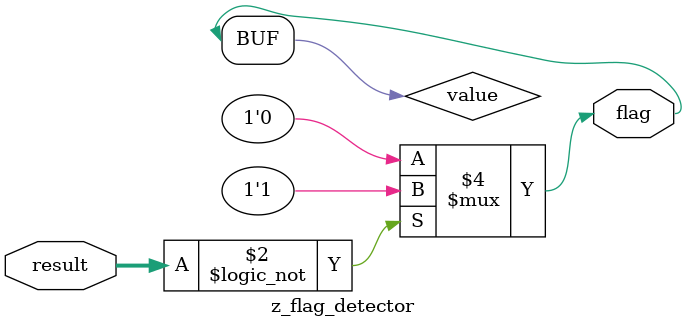
<source format=sv>
module z_flag_detector #(parameter N = 4)
								(input  logic [N-1:0] result, 
								 output logic         flag);

	logic value;
			  
	always_comb begin
		if (result == 0) value <= 1;
		else value <= 0;
	end

	assign flag = value;

endmodule 
</source>
